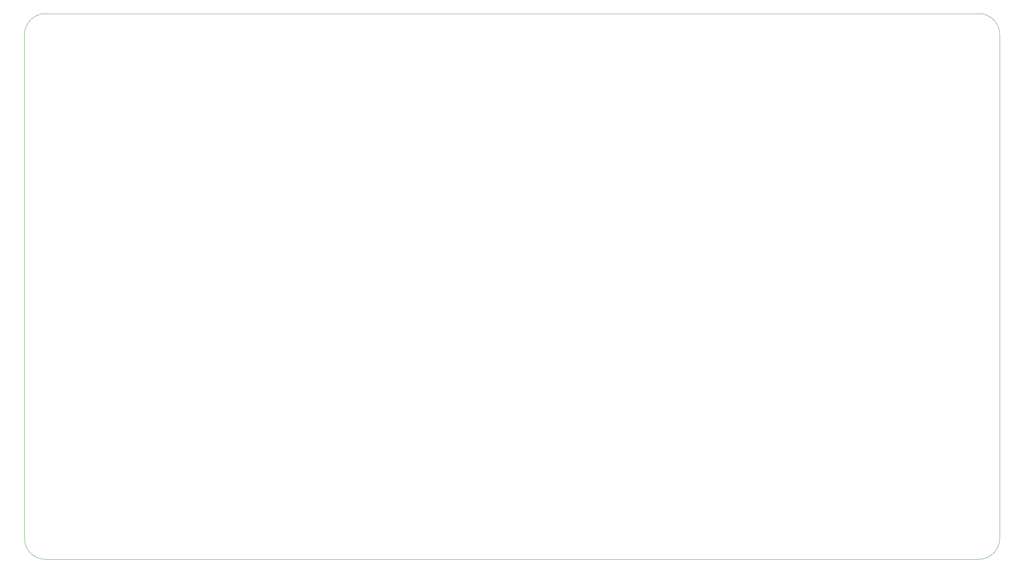
<source format=gbr>
%TF.GenerationSoftware,KiCad,Pcbnew,(5.1.8)-1*%
%TF.CreationDate,2021-07-20T10:02:20+02:00*%
%TF.ProjectId,FJElectricsPCBFront,464a456c-6563-4747-9269-637350434246,rev?*%
%TF.SameCoordinates,Original*%
%TF.FileFunction,Profile,NP*%
%FSLAX46Y46*%
G04 Gerber Fmt 4.6, Leading zero omitted, Abs format (unit mm)*
G04 Created by KiCad (PCBNEW (5.1.8)-1) date 2021-07-20 10:02:20*
%MOMM*%
%LPD*%
G01*
G04 APERTURE LIST*
%TA.AperFunction,Profile*%
%ADD10C,0.050000*%
%TD*%
G04 APERTURE END LIST*
D10*
X-9000000Y-142000000D02*
G75*
G02*
X-14000000Y-137000000I0J5000000D01*
G01*
X220000000Y-137000000D02*
G75*
G02*
X215000000Y-142000000I-5000000J0D01*
G01*
X215000000Y-11000000D02*
G75*
G02*
X220000000Y-16000000I0J-5000000D01*
G01*
X-14000000Y-16000000D02*
G75*
G02*
X-9000000Y-11000000I5000000J0D01*
G01*
X-14000000Y-137000000D02*
X-14000000Y-16000000D01*
X215000000Y-142000000D02*
X-9000000Y-142000000D01*
X220000000Y-16000000D02*
X220000000Y-137000000D01*
X-9000000Y-11000000D02*
X215000000Y-11000000D01*
M02*

</source>
